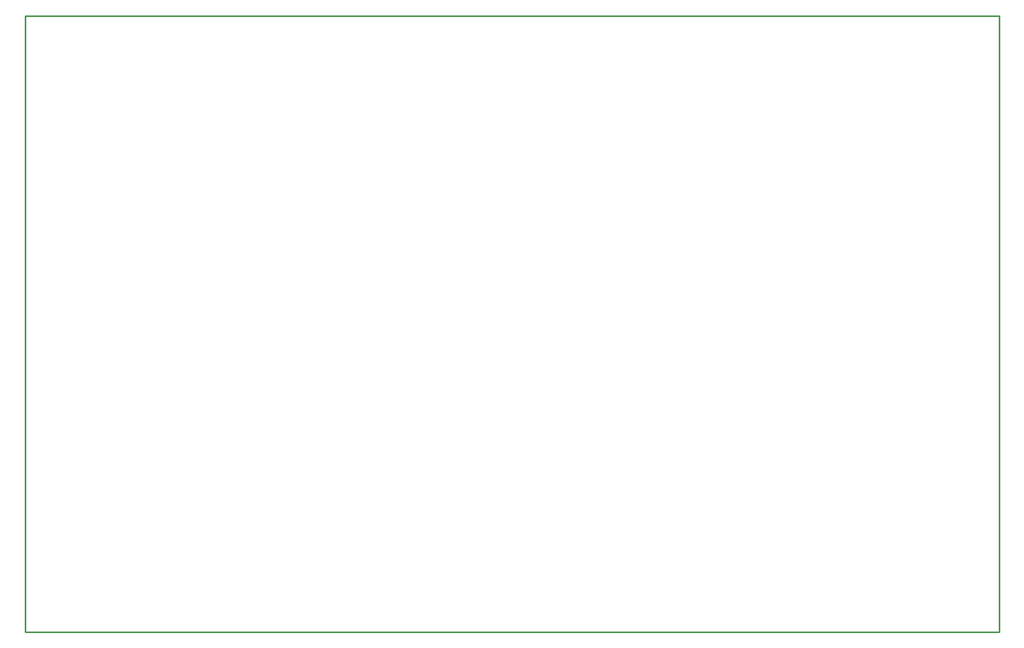
<source format=gbr>
G04 EAGLE Gerber RS-274X export*
G75*
%MOMM*%
%FSLAX34Y34*%
%LPD*%
%IN*%
%IPPOS*%
%AMOC8*
5,1,8,0,0,1.08239X$1,22.5*%
G01*
G04 Define Apertures*
%ADD10C,0.254000*%
D10*
X0Y-12700D02*
X1600000Y-12700D01*
X1600000Y1000000D01*
X0Y1000000D01*
X0Y-12700D01*
M02*

</source>
